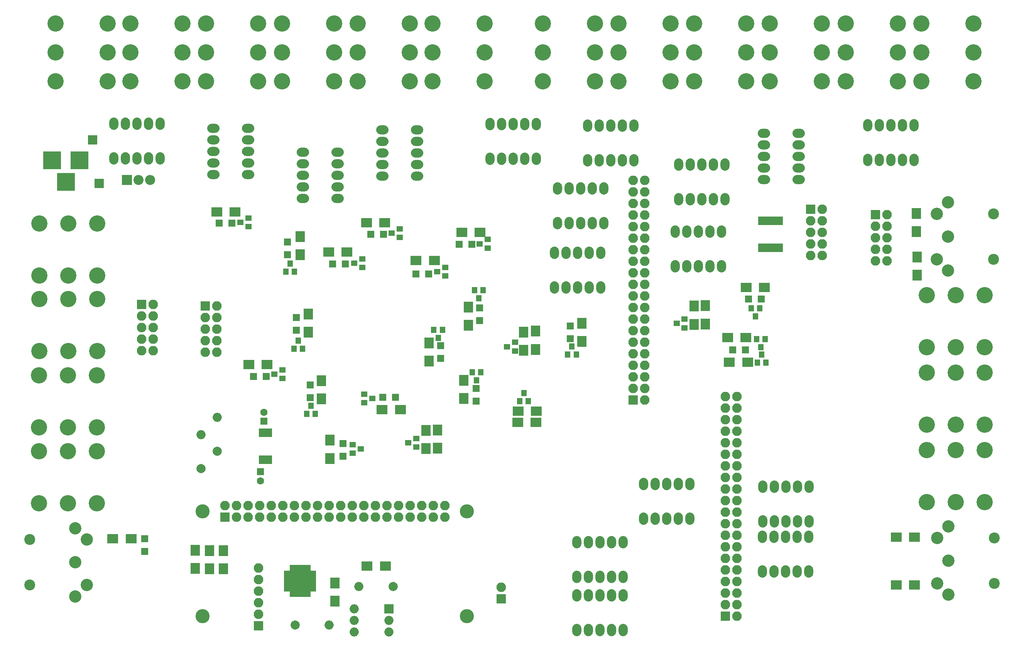
<source format=gts>
G04 #@! TF.GenerationSoftware,KiCad,Pcbnew,(5.1.2)-2*
G04 #@! TF.CreationDate,2019-08-05T18:25:16-04:00*
G04 #@! TF.ProjectId,LooperPCB,4c6f6f70-6572-4504-9342-2e6b69636164,rev?*
G04 #@! TF.SameCoordinates,Original*
G04 #@! TF.FileFunction,Soldermask,Top*
G04 #@! TF.FilePolarity,Negative*
%FSLAX46Y46*%
G04 Gerber Fmt 4.6, Leading zero omitted, Abs format (unit mm)*
G04 Created by KiCad (PCBNEW (5.1.2)-2) date 2019-08-05 18:25:16*
%MOMM*%
%LPD*%
G04 APERTURE LIST*
%ADD10R,2.100000X2.100000*%
%ADD11C,3.100000*%
%ADD12C,2.000000*%
%ADD13O,2.000000X2.000000*%
%ADD14R,1.600000X1.600000*%
%ADD15C,1.600000*%
%ADD16R,3.900000X3.900000*%
%ADD17O,2.100000X2.100000*%
%ADD18O,2.000000X2.700000*%
%ADD19O,2.700000X2.000000*%
%ADD20R,2.200000X2.200000*%
%ADD21O,2.200000X2.200000*%
%ADD22R,1.400000X0.770000*%
%ADD23R,0.770000X1.400000*%
%ADD24R,1.462500X1.462500*%
%ADD25C,2.700000*%
%ADD26C,2.400000*%
%ADD27C,3.575000*%
%ADD28R,2.000000X2.000000*%
%ADD29R,1.500000X1.500000*%
%ADD30R,1.372000X1.202000*%
%ADD31R,1.202000X1.372000*%
%ADD32R,2.400000X2.100000*%
%ADD33R,2.100000X2.400000*%
%ADD34R,0.850000X1.900000*%
%ADD35R,0.850000X1.850000*%
G04 APERTURE END LIST*
D10*
X55800000Y-53800000D03*
D11*
X79900000Y-158400000D03*
X137900000Y-158400000D03*
X137900000Y-135400000D03*
D12*
X121700000Y-151900000D03*
D13*
X114200000Y-151900000D03*
D12*
X100200000Y-160400000D03*
D13*
X107700000Y-160400000D03*
D14*
X93400000Y-115600000D03*
D15*
X93400000Y-113600000D03*
D12*
X83100000Y-122200000D03*
D13*
X83100000Y-114700000D03*
D14*
X92600000Y-126700000D03*
D15*
X92600000Y-128700000D03*
D12*
X79600000Y-126000000D03*
D13*
X79600000Y-118500000D03*
D16*
X52900000Y-58300000D03*
X46900000Y-58300000D03*
X49900000Y-63000000D03*
D10*
X194600000Y-158400000D03*
D17*
X197140000Y-158400000D03*
X194600000Y-155860000D03*
X197140000Y-155860000D03*
X194600000Y-153320000D03*
X197140000Y-153320000D03*
X194600000Y-150780000D03*
X197140000Y-150780000D03*
X194600000Y-148240000D03*
X197140000Y-148240000D03*
X194600000Y-145700000D03*
X197140000Y-145700000D03*
X194600000Y-143160000D03*
X197140000Y-143160000D03*
X194600000Y-140620000D03*
X197140000Y-140620000D03*
X194600000Y-138080000D03*
X197140000Y-138080000D03*
X194600000Y-135540000D03*
X197140000Y-135540000D03*
X194600000Y-133000000D03*
X197140000Y-133000000D03*
X194600000Y-130460000D03*
X197140000Y-130460000D03*
X194600000Y-127920000D03*
X197140000Y-127920000D03*
X194600000Y-125380000D03*
X197140000Y-125380000D03*
X194600000Y-122840000D03*
X197140000Y-122840000D03*
X194600000Y-120300000D03*
X197140000Y-120300000D03*
X194600000Y-117760000D03*
X197140000Y-117760000D03*
X194600000Y-115220000D03*
X197140000Y-115220000D03*
X194600000Y-112680000D03*
X197140000Y-112680000D03*
X194600000Y-110140000D03*
X197140000Y-110140000D03*
D10*
X174400000Y-110900000D03*
D17*
X176940000Y-110900000D03*
X174400000Y-108360000D03*
X176940000Y-108360000D03*
X174400000Y-105820000D03*
X176940000Y-105820000D03*
X174400000Y-103280000D03*
X176940000Y-103280000D03*
X174400000Y-100740000D03*
X176940000Y-100740000D03*
X174400000Y-98200000D03*
X176940000Y-98200000D03*
X174400000Y-95660000D03*
X176940000Y-95660000D03*
X174400000Y-93120000D03*
X176940000Y-93120000D03*
X174400000Y-90580000D03*
X176940000Y-90580000D03*
X174400000Y-88040000D03*
X176940000Y-88040000D03*
X174400000Y-85500000D03*
X176940000Y-85500000D03*
X174400000Y-82960000D03*
X176940000Y-82960000D03*
X174400000Y-80420000D03*
X176940000Y-80420000D03*
X174400000Y-77880000D03*
X176940000Y-77880000D03*
X174400000Y-75340000D03*
X176940000Y-75340000D03*
X174400000Y-72800000D03*
X176940000Y-72800000D03*
X174400000Y-70260000D03*
X176940000Y-70260000D03*
X174400000Y-67720000D03*
X176940000Y-67720000D03*
X174400000Y-65180000D03*
X176940000Y-65180000D03*
X174400000Y-62640000D03*
X176940000Y-62640000D03*
D10*
X84800000Y-136700000D03*
D17*
X84800000Y-134160000D03*
X87340000Y-136700000D03*
X87340000Y-134160000D03*
X89880000Y-136700000D03*
X89880000Y-134160000D03*
X92420000Y-136700000D03*
X92420000Y-134160000D03*
X94960000Y-136700000D03*
X94960000Y-134160000D03*
X97500000Y-136700000D03*
X97500000Y-134160000D03*
X100040000Y-136700000D03*
X100040000Y-134160000D03*
X102580000Y-136700000D03*
X102580000Y-134160000D03*
X105120000Y-136700000D03*
X105120000Y-134160000D03*
X107660000Y-136700000D03*
X107660000Y-134160000D03*
X110200000Y-136700000D03*
X110200000Y-134160000D03*
X112740000Y-136700000D03*
X112740000Y-134160000D03*
X115280000Y-136700000D03*
X115280000Y-134160000D03*
X117820000Y-136700000D03*
X117820000Y-134160000D03*
X120360000Y-136700000D03*
X120360000Y-134160000D03*
X122900000Y-136700000D03*
X122900000Y-134160000D03*
X125440000Y-136700000D03*
X125440000Y-134160000D03*
X127980000Y-136700000D03*
X127980000Y-134160000D03*
X130520000Y-136700000D03*
X130520000Y-134160000D03*
X133060000Y-136700000D03*
X133060000Y-134160000D03*
D10*
X92200000Y-160500000D03*
D17*
X92200000Y-157960000D03*
X92200000Y-155420000D03*
X92200000Y-152880000D03*
X92200000Y-150340000D03*
X92200000Y-147800000D03*
D10*
X145400000Y-154600000D03*
D17*
X145400000Y-152060000D03*
D18*
X193800000Y-73900000D03*
X191260000Y-73900000D03*
X188720000Y-73900000D03*
X186180000Y-73900000D03*
X183640000Y-73900000D03*
X183640000Y-81520000D03*
X186180000Y-81520000D03*
X188720000Y-81520000D03*
X191260000Y-81520000D03*
X193800000Y-81520000D03*
X194500000Y-59200000D03*
X191960000Y-59200000D03*
X189420000Y-59200000D03*
X186880000Y-59200000D03*
X184340000Y-59200000D03*
X184340000Y-66820000D03*
X186880000Y-66820000D03*
X189420000Y-66820000D03*
X191960000Y-66820000D03*
X194500000Y-66820000D03*
X164400000Y-58300000D03*
X166940000Y-58300000D03*
X169480000Y-58300000D03*
X172020000Y-58300000D03*
X174560000Y-58300000D03*
X174560000Y-50680000D03*
X172020000Y-50680000D03*
X169480000Y-50680000D03*
X166940000Y-50680000D03*
X164400000Y-50680000D03*
X157800000Y-72100000D03*
X160340000Y-72100000D03*
X162880000Y-72100000D03*
X165420000Y-72100000D03*
X167960000Y-72100000D03*
X167960000Y-64480000D03*
X165420000Y-64480000D03*
X162880000Y-64480000D03*
X160340000Y-64480000D03*
X157800000Y-64480000D03*
D19*
X210700000Y-62500000D03*
X210700000Y-59960000D03*
X210700000Y-57420000D03*
X210700000Y-54880000D03*
X210700000Y-52340000D03*
X203080000Y-52340000D03*
X203080000Y-54880000D03*
X203080000Y-57420000D03*
X203080000Y-59960000D03*
X203080000Y-62500000D03*
D18*
X157100000Y-86200000D03*
X159640000Y-86200000D03*
X162180000Y-86200000D03*
X164720000Y-86200000D03*
X167260000Y-86200000D03*
X167260000Y-78580000D03*
X164720000Y-78580000D03*
X162180000Y-78580000D03*
X159640000Y-78580000D03*
X157100000Y-78580000D03*
X225900000Y-58200000D03*
X228440000Y-58200000D03*
X230980000Y-58200000D03*
X233520000Y-58200000D03*
X236060000Y-58200000D03*
X236060000Y-50580000D03*
X233520000Y-50580000D03*
X230980000Y-50580000D03*
X228440000Y-50580000D03*
X225900000Y-50580000D03*
X176700000Y-137000000D03*
X179240000Y-137000000D03*
X181780000Y-137000000D03*
X184320000Y-137000000D03*
X186860000Y-137000000D03*
X186860000Y-129380000D03*
X184320000Y-129380000D03*
X181780000Y-129380000D03*
X179240000Y-129380000D03*
X176700000Y-129380000D03*
D19*
X109500000Y-66600000D03*
X109500000Y-64060000D03*
X109500000Y-61520000D03*
X109500000Y-58980000D03*
X109500000Y-56440000D03*
X101880000Y-56440000D03*
X101880000Y-58980000D03*
X101880000Y-61520000D03*
X101880000Y-64060000D03*
X101880000Y-66600000D03*
D18*
X143000000Y-57900000D03*
X145540000Y-57900000D03*
X148080000Y-57900000D03*
X150620000Y-57900000D03*
X153160000Y-57900000D03*
X153160000Y-50280000D03*
X150620000Y-50280000D03*
X148080000Y-50280000D03*
X145540000Y-50280000D03*
X143000000Y-50280000D03*
D19*
X127000000Y-61700000D03*
X127000000Y-59160000D03*
X127000000Y-56620000D03*
X127000000Y-54080000D03*
X127000000Y-51540000D03*
X119380000Y-51540000D03*
X119380000Y-54080000D03*
X119380000Y-56620000D03*
X119380000Y-59160000D03*
X119380000Y-61700000D03*
X89900000Y-61400000D03*
X89900000Y-58860000D03*
X89900000Y-56320000D03*
X89900000Y-53780000D03*
X89900000Y-51240000D03*
X82280000Y-51240000D03*
X82280000Y-53780000D03*
X82280000Y-56320000D03*
X82280000Y-58860000D03*
X82280000Y-61400000D03*
D18*
X70600000Y-50200000D03*
X68060000Y-50200000D03*
X65520000Y-50200000D03*
X62980000Y-50200000D03*
X60440000Y-50200000D03*
X60440000Y-57820000D03*
X62980000Y-57820000D03*
X65520000Y-57820000D03*
X68060000Y-57820000D03*
X70600000Y-57820000D03*
X213000000Y-130000000D03*
X210460000Y-130000000D03*
X207920000Y-130000000D03*
X205380000Y-130000000D03*
X202840000Y-130000000D03*
X202840000Y-137620000D03*
X205380000Y-137620000D03*
X207920000Y-137620000D03*
X210460000Y-137620000D03*
X213000000Y-137620000D03*
X212900000Y-141000000D03*
X210360000Y-141000000D03*
X207820000Y-141000000D03*
X205280000Y-141000000D03*
X202740000Y-141000000D03*
X202740000Y-148620000D03*
X205280000Y-148620000D03*
X207820000Y-148620000D03*
X210360000Y-148620000D03*
X212900000Y-148620000D03*
X162000000Y-149800000D03*
X164540000Y-149800000D03*
X167080000Y-149800000D03*
X169620000Y-149800000D03*
X172160000Y-149800000D03*
X172160000Y-142180000D03*
X169620000Y-142180000D03*
X167080000Y-142180000D03*
X164540000Y-142180000D03*
X162000000Y-142180000D03*
X162000000Y-161500000D03*
X164540000Y-161500000D03*
X167080000Y-161500000D03*
X169620000Y-161500000D03*
X172160000Y-161500000D03*
X172160000Y-153880000D03*
X169620000Y-153880000D03*
X167080000Y-153880000D03*
X164540000Y-153880000D03*
X162000000Y-153880000D03*
D10*
X57200000Y-63300000D03*
D20*
X63300000Y-62600000D03*
D21*
X65840000Y-62600000D03*
X68380000Y-62600000D03*
D22*
X98450000Y-148750000D03*
X98450000Y-149400000D03*
X98450000Y-150050000D03*
X98450000Y-150700000D03*
X98450000Y-151350000D03*
X98450000Y-152000000D03*
X98450000Y-152650000D03*
D23*
X99350000Y-153550000D03*
X100000000Y-153550000D03*
X100650000Y-153550000D03*
X101300000Y-153550000D03*
X101950000Y-153550000D03*
X102600000Y-153550000D03*
X103250000Y-153550000D03*
D22*
X104150000Y-152650000D03*
X104150000Y-152000000D03*
X104150000Y-151350000D03*
X104150000Y-150700000D03*
X104150000Y-150050000D03*
X104150000Y-149400000D03*
X104150000Y-148750000D03*
D23*
X103250000Y-147850000D03*
X102600000Y-147850000D03*
X101950000Y-147850000D03*
X101300000Y-147850000D03*
X100650000Y-147850000D03*
X100000000Y-147850000D03*
X99350000Y-147850000D03*
D24*
X102893750Y-152293750D03*
X102893750Y-151231250D03*
X102893750Y-150168750D03*
X102893750Y-149106250D03*
X101831250Y-152293750D03*
X101831250Y-151231250D03*
X101831250Y-150168750D03*
X101831250Y-149106250D03*
X100768750Y-152293750D03*
X100768750Y-151231250D03*
X100768750Y-150168750D03*
X100768750Y-149106250D03*
X99706250Y-152293750D03*
X99706250Y-151231250D03*
X99706250Y-150168750D03*
X99706250Y-149106250D03*
D25*
X241100000Y-151200000D03*
D26*
X253600000Y-141200000D03*
D25*
X243600000Y-153700000D03*
X243600000Y-146200000D03*
X243600000Y-138700000D03*
X241100000Y-141200000D03*
D26*
X253600000Y-151200000D03*
D25*
X241000000Y-80000000D03*
D26*
X253500000Y-70000000D03*
D25*
X243500000Y-82500000D03*
X243500000Y-75000000D03*
X243500000Y-67500000D03*
X241000000Y-70000000D03*
D26*
X253500000Y-80000000D03*
D27*
X237600000Y-40895000D03*
X237600000Y-28186200D03*
X249030000Y-28186100D03*
X249030000Y-40894900D03*
X237600000Y-34545000D03*
X249030000Y-34544900D03*
X221000000Y-40895000D03*
X221000000Y-28186200D03*
X232430000Y-28186100D03*
X232430000Y-40894900D03*
X221000000Y-34545000D03*
X232430000Y-34544900D03*
X204400000Y-40895000D03*
X204400000Y-28186200D03*
X215830000Y-28186100D03*
X215830000Y-40894900D03*
X204400000Y-34545000D03*
X215830000Y-34544900D03*
X187800000Y-40895000D03*
X187800000Y-28186200D03*
X199230000Y-28186100D03*
X199230000Y-40894900D03*
X187800000Y-34545000D03*
X199230000Y-34544900D03*
X171200000Y-40895000D03*
X171200000Y-28186200D03*
X182630000Y-28186100D03*
X182630000Y-40894900D03*
X171200000Y-34545000D03*
X182630000Y-34544900D03*
X154600000Y-40895000D03*
X154600000Y-28186200D03*
X166030000Y-28186100D03*
X166030000Y-40894900D03*
X154600000Y-34545000D03*
X166030000Y-34544900D03*
X130400000Y-40895000D03*
X130400000Y-28186200D03*
X141830000Y-28186100D03*
X141830000Y-40894900D03*
X130400000Y-34545000D03*
X141830000Y-34544900D03*
X113900000Y-40895000D03*
X113900000Y-28186200D03*
X125330000Y-28186100D03*
X125330000Y-40894900D03*
X113900000Y-34545000D03*
X125330000Y-34544900D03*
X97300000Y-40895000D03*
X97300000Y-28186200D03*
X108730000Y-28186100D03*
X108730000Y-40894900D03*
X97300000Y-34545000D03*
X108730000Y-34544900D03*
X80700000Y-40895000D03*
X80700000Y-28186200D03*
X92130000Y-28186100D03*
X92130000Y-40894900D03*
X80700000Y-34545000D03*
X92130000Y-34544900D03*
X64100000Y-40895000D03*
X64100000Y-28186200D03*
X75530000Y-28186100D03*
X75530000Y-40894900D03*
X64100000Y-34545000D03*
X75530000Y-34544900D03*
X47600000Y-40895000D03*
X47600000Y-28186200D03*
X59030000Y-28186100D03*
X59030000Y-40894900D03*
X47600000Y-34545000D03*
X59030000Y-34544900D03*
D25*
X54500000Y-141600000D03*
D26*
X42000000Y-151600000D03*
D25*
X52000000Y-139100000D03*
X52000000Y-146600000D03*
X52000000Y-154100000D03*
X54500000Y-151600000D03*
D26*
X42000000Y-141600000D03*
D27*
X56795000Y-83600000D03*
X44086200Y-83600000D03*
X44086100Y-72170000D03*
X56794900Y-72170000D03*
X50445000Y-83600000D03*
X50444900Y-72170000D03*
X56795000Y-100200000D03*
X44086200Y-100200000D03*
X44086100Y-88770000D03*
X56794900Y-88770000D03*
X50445000Y-100200000D03*
X50444900Y-88770000D03*
X56695000Y-116900000D03*
X43986200Y-116900000D03*
X43986100Y-105470000D03*
X56694900Y-105470000D03*
X50345000Y-116900000D03*
X50344900Y-105470000D03*
X56695000Y-133600000D03*
X43986200Y-133600000D03*
X43986100Y-122170000D03*
X56694900Y-122170000D03*
X50345000Y-133600000D03*
X50344900Y-122170000D03*
D28*
X120800000Y-156800000D03*
D13*
X113180000Y-161880000D03*
X120800000Y-159340000D03*
X113180000Y-159340000D03*
X120800000Y-161880000D03*
X113180000Y-156800000D03*
D27*
X238805000Y-121900000D03*
X251513800Y-121900000D03*
X251513900Y-133330000D03*
X238805100Y-133330000D03*
X245155000Y-121900000D03*
X245155100Y-133330000D03*
X238805000Y-87900000D03*
X251513800Y-87900000D03*
X251513900Y-99330000D03*
X238805100Y-99330000D03*
X245155000Y-87900000D03*
X245155100Y-99330000D03*
X238805000Y-104900000D03*
X251513800Y-104900000D03*
X251513900Y-116330000D03*
X238805100Y-116330000D03*
X245155000Y-104900000D03*
X245155100Y-116330000D03*
D11*
X79900000Y-135400000D03*
D29*
X83500000Y-72100000D03*
X86300000Y-72100000D03*
X98500000Y-76200000D03*
X98500000Y-79000000D03*
X100500000Y-92800000D03*
X100500000Y-95600000D03*
X122200000Y-110300000D03*
X119400000Y-110300000D03*
X160550000Y-94650000D03*
X160550000Y-97450000D03*
X91050000Y-105750000D03*
X93850000Y-105750000D03*
X139900000Y-111200000D03*
X139900000Y-108400000D03*
X132100000Y-101800000D03*
X132100000Y-99000000D03*
X108450000Y-81050000D03*
X111250000Y-81050000D03*
X103500000Y-107600000D03*
X103500000Y-110400000D03*
X116850000Y-74550000D03*
X119650000Y-74550000D03*
X126700000Y-83200000D03*
X129500000Y-83200000D03*
X136200000Y-76700000D03*
X139000000Y-76700000D03*
X140700000Y-93500000D03*
X140700000Y-90700000D03*
X67200000Y-144200000D03*
X67200000Y-141400000D03*
X110750000Y-120450000D03*
X110750000Y-123250000D03*
X196200000Y-99900000D03*
X199000000Y-99900000D03*
X202500000Y-88700000D03*
X199700000Y-88700000D03*
D30*
X88215000Y-71900000D03*
X89985000Y-72850000D03*
X89985000Y-70950000D03*
D31*
X99100000Y-80915000D03*
X98150000Y-82685000D03*
X100050000Y-82685000D03*
X100900000Y-97915000D03*
X99950000Y-99685000D03*
X101850000Y-99685000D03*
D30*
X117185000Y-110600000D03*
X115415000Y-109650000D03*
X115415000Y-111550000D03*
D31*
X160950000Y-99165000D03*
X160000000Y-100935000D03*
X161900000Y-100935000D03*
D30*
X95665000Y-105250000D03*
X97435000Y-106200000D03*
X97435000Y-104300000D03*
D31*
X140000000Y-106585000D03*
X140950000Y-104815000D03*
X139050000Y-104815000D03*
X131600000Y-97285000D03*
X132550000Y-95515000D03*
X130650000Y-95515000D03*
D30*
X113165000Y-80850000D03*
X114935000Y-81800000D03*
X114935000Y-79900000D03*
D31*
X103700000Y-112215000D03*
X102750000Y-113985000D03*
X104650000Y-113985000D03*
D30*
X121365000Y-74250000D03*
X123135000Y-75200000D03*
X123135000Y-73300000D03*
X131365000Y-82750000D03*
X133135000Y-83700000D03*
X133135000Y-81800000D03*
X140715000Y-76600000D03*
X142485000Y-77550000D03*
X142485000Y-75650000D03*
D31*
X140500000Y-88585000D03*
X141450000Y-86815000D03*
X139550000Y-86815000D03*
D30*
X114635000Y-121650000D03*
X112865000Y-120700000D03*
X112865000Y-122600000D03*
D31*
X202600000Y-100915000D03*
X201650000Y-102685000D03*
X203550000Y-102685000D03*
X202400000Y-99285000D03*
X203350000Y-97515000D03*
X201450000Y-97515000D03*
X201250000Y-92535000D03*
X202200000Y-90765000D03*
X200300000Y-90765000D03*
D30*
X125015000Y-120300000D03*
X126785000Y-121250000D03*
X126785000Y-119350000D03*
X183915000Y-94100000D03*
X185685000Y-95050000D03*
X185685000Y-93150000D03*
X146715000Y-99200000D03*
X148485000Y-100150000D03*
X148485000Y-98250000D03*
D31*
X150450000Y-109365000D03*
X149500000Y-111135000D03*
X151400000Y-111135000D03*
D32*
X87000000Y-69600000D03*
X83000000Y-69600000D03*
D33*
X101300000Y-79000000D03*
X101300000Y-75000000D03*
X103100000Y-96000000D03*
X103100000Y-92000000D03*
D32*
X119300000Y-113000000D03*
X123300000Y-113000000D03*
D33*
X163150000Y-98050000D03*
X163150000Y-94050000D03*
D32*
X94050000Y-103150000D03*
X90050000Y-103150000D03*
D33*
X137200000Y-106600000D03*
X137200000Y-110600000D03*
X129600000Y-98400000D03*
X129600000Y-102400000D03*
D32*
X111550000Y-78450000D03*
X107550000Y-78450000D03*
D33*
X106000000Y-110700000D03*
X106000000Y-106700000D03*
D32*
X119850000Y-71950000D03*
X115850000Y-71950000D03*
X130750000Y-80250000D03*
X126750000Y-80250000D03*
X140800000Y-74100000D03*
X136800000Y-74100000D03*
D33*
X138200000Y-90500000D03*
X138200000Y-94500000D03*
D32*
X236100000Y-141100000D03*
X232100000Y-141100000D03*
X232100000Y-151600000D03*
X236100000Y-151600000D03*
D33*
X236500000Y-69900000D03*
X236500000Y-73900000D03*
X236700000Y-83500000D03*
X236700000Y-79500000D03*
X84500000Y-144000000D03*
X84500000Y-148000000D03*
D32*
X64200000Y-141400000D03*
X60200000Y-141400000D03*
D33*
X107850000Y-119750000D03*
X107850000Y-123750000D03*
D32*
X199500000Y-102600000D03*
X195500000Y-102600000D03*
X195100000Y-97200000D03*
X199100000Y-97200000D03*
X203200000Y-86200000D03*
X199200000Y-86200000D03*
D33*
X128900000Y-121600000D03*
X128900000Y-117600000D03*
X131500000Y-121500000D03*
X131500000Y-117500000D03*
X187800000Y-94298000D03*
X187800000Y-90298000D03*
X190200000Y-94200000D03*
X190200000Y-90200000D03*
X150300000Y-100000000D03*
X150300000Y-96000000D03*
X153000000Y-99800000D03*
X153000000Y-95800000D03*
D32*
X149150000Y-113350000D03*
X153150000Y-113350000D03*
X149050000Y-115850000D03*
X153050000Y-115850000D03*
X120000000Y-147400000D03*
X116000000Y-147400000D03*
D33*
X108900000Y-151100000D03*
X108900000Y-155100000D03*
X81400000Y-148000000D03*
X81400000Y-144000000D03*
X78300000Y-147900000D03*
X78300000Y-143900000D03*
D34*
X206775000Y-71550000D03*
X206125000Y-71550000D03*
X205475000Y-71550000D03*
X204825000Y-71550000D03*
X204175000Y-71550000D03*
X203525000Y-71550000D03*
X202875000Y-71550000D03*
X202225000Y-71550000D03*
X202225000Y-77450000D03*
X202875000Y-77450000D03*
X203525000Y-77450000D03*
X204175000Y-77450000D03*
X204825000Y-77450000D03*
X205475000Y-77450000D03*
X206125000Y-77450000D03*
X206775000Y-77450000D03*
D35*
X92725000Y-124050000D03*
X93375000Y-124050000D03*
X94025000Y-124050000D03*
X94675000Y-124050000D03*
X94675000Y-118150000D03*
X94025000Y-118150000D03*
X93375000Y-118150000D03*
X92725000Y-118150000D03*
D10*
X213300000Y-69000000D03*
D17*
X215840000Y-69000000D03*
X213300000Y-71540000D03*
X215840000Y-71540000D03*
X213300000Y-74080000D03*
X215840000Y-74080000D03*
X213300000Y-76620000D03*
X215840000Y-76620000D03*
X213300000Y-79160000D03*
X215840000Y-79160000D03*
D10*
X227600000Y-70200000D03*
D17*
X230140000Y-70200000D03*
X227600000Y-72740000D03*
X230140000Y-72740000D03*
X227600000Y-75280000D03*
X230140000Y-75280000D03*
X227600000Y-77820000D03*
X230140000Y-77820000D03*
X227600000Y-80360000D03*
X230140000Y-80360000D03*
D10*
X80500000Y-90300000D03*
D17*
X83040000Y-90300000D03*
X80500000Y-92840000D03*
X83040000Y-92840000D03*
X80500000Y-95380000D03*
X83040000Y-95380000D03*
X80500000Y-97920000D03*
X83040000Y-97920000D03*
X80500000Y-100460000D03*
X83040000Y-100460000D03*
D10*
X66500000Y-89900000D03*
D17*
X69040000Y-89900000D03*
X66500000Y-92440000D03*
X69040000Y-92440000D03*
X66500000Y-94980000D03*
X69040000Y-94980000D03*
X66500000Y-97520000D03*
X69040000Y-97520000D03*
X66500000Y-100060000D03*
X69040000Y-100060000D03*
M02*

</source>
